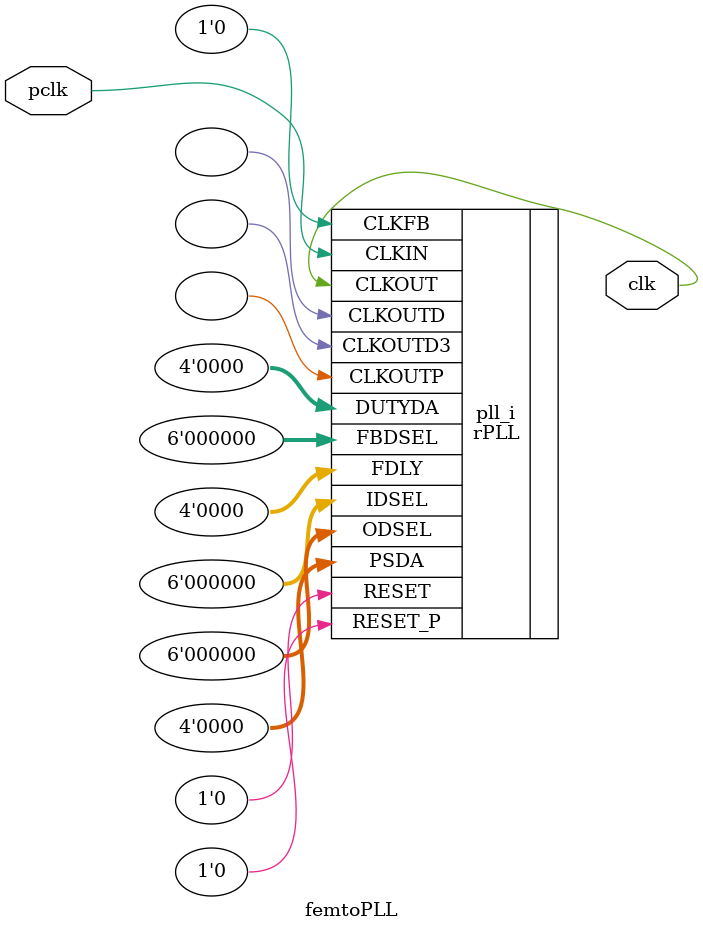
<source format=v>
module femtoPLL #(
    parameter freq = 54  // Default to 54 MHz
) (
    input wire pclk,
    output wire clk
);
    // Tang Primer 20K (GW2A-18) PLL Configuration
    // Input: 27 MHz
    // Output: 54 MHz
    
    rPLL #(
        .FCLKIN("27"),
        .DEVICE("GW2A-18"),
        .IDIV_SEL(0),     // Input Divider = 1
        .FBDIV_SEL(15),   // Feedback Divider = 16 (VCO = 27*1*16 = 432 MHz)
        .ODIV_SEL(8)      // Output Divider = 8    (Out = 432/8 = 54 MHz)
    ) pll_i (
        .CLKOUTP(),
        .CLKOUTD(),
        .CLKOUTD3(),
        .RESET(1'b0),
        .RESET_P(1'b0),
        .CLKFB(1'b0),
        .FBDSEL(6'b0),
        .IDSEL(6'b0),
        .ODSEL(6'b0),
        .PSDA(4'b0),
        .DUTYDA(4'b0),
        .FDLY(4'b0),
        .CLKIN(pclk),
        .CLKOUT(clk)
    );
endmodule

</source>
